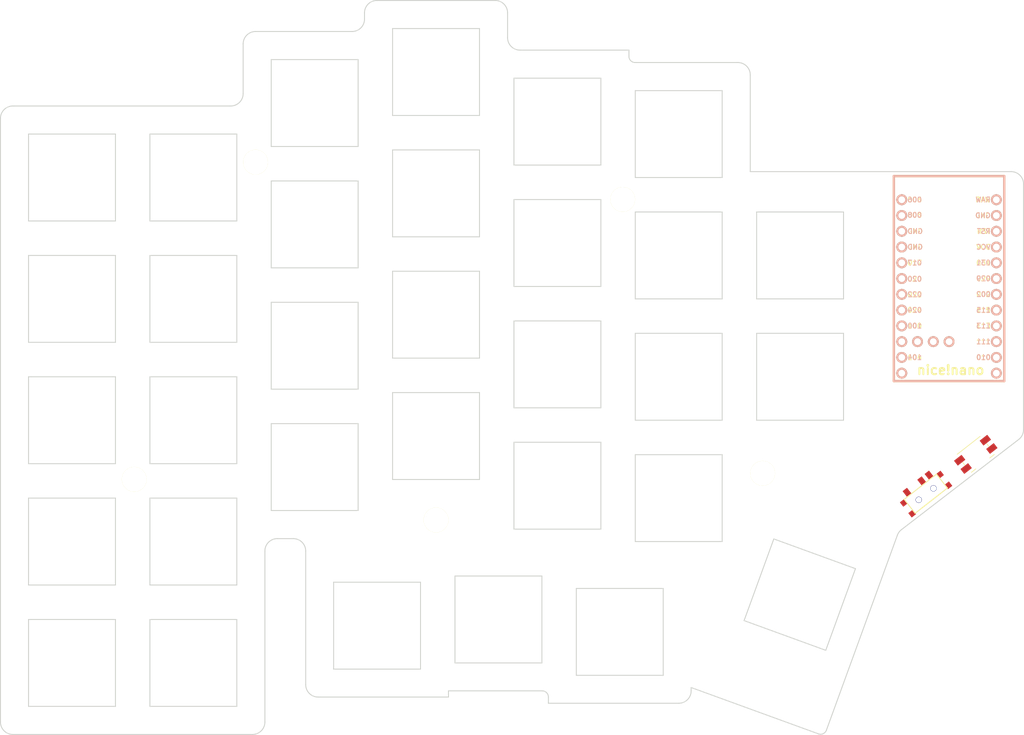
<source format=kicad_pcb>
(kicad_pcb (version 20240108) (generator "pcbnew") (generator_version "8.0")
  (title_block (title "left_case") (rev "v1.0.0") (company "yaessus"))
  (layers (0 "F.Cu" signal) (31 "B.Cu" signal) (34 "B.Paste" user) (35 "F.Paste" user) (36 "B.SilkS" user "B.Silkscreen") (37 "F.SilkS" user "F.Silkscreen") (38 "B.Mask" user) (39 "F.Mask" user) (44 "Edge.Cuts" user))
  (net 0 "")
  (net 1 "GND")
  (net 2 "RST")
  (net 3 "RAW")
  (net 4 "VCC")
  (net 5 "P031")
  (net 6 "P029")
  (net 7 "P002")
  (net 8 "P115")
  (net 9 "P113")
  (net 10 "P111")
  (net 11 "P010")
  (net 12 "P009")
  (net 13 "P006")
  (net 14 "P008")
  (net 15 "P017")
  (net 16 "P020")
  (net 17 "P022")
  (net 18 "P024")
  (net 19 "P100")
  (net 20 "P011")
  (net 21 "P104")
  (net 22 "P106")
  (net 23 "P101")
  (net 24 "P102")
  (net 25 "P107")
  (net 26 "pos")
  (footprint "E73:SPDT_C128955" (layer "F.Cu") (at 237.6 122.8 -142)
    (property "Reference" "T1" (hide yes))
    (property "Value" "" (hide yes))
    (fp_line (start 3.3 1.5) (end 3.299999 -1.35) (stroke (width 0.15)) (layer "F.SilkS"))
    (fp_line (start 1.95 -1.35) (end -1.95 -1.35) (stroke (width 0.15)) (layer "F.SilkS"))
    (fp_line (start 0 -1.35) (end 3.299999 -1.35) (stroke (width 0.15)) (layer "F.SilkS"))
    (fp_line (start 0 -1.35) (end -3.299999 -1.35) (stroke (width 0.15)) (layer "F.SilkS"))
    (fp_line (start -3.3 1.5) (end 3.3 1.5) (stroke (width 0.15)) (layer "F.SilkS"))
    (fp_line (start -3.299999 -1.35) (end -3.3 1.5) (stroke (width 0.15)) (layer "F.SilkS"))
    (pad "" smd rect (at -3.7 -1.099999 218) (size 0.9 0.9) (layers "F.Cu" "F.Paste" "F.Mask"))
    (pad "" smd rect (at -3.7 1.1 218) (size 0.9 0.9) (layers "F.Cu" "F.Paste" "F.Mask"))
    (pad "" np_thru_hole circle (at -1.5 0) (size 1 1) (drill 0.9) (layers "*.Cu" "*.Mask"))
    (pad "" np_thru_hole circle (at 1.5 0) (size 1 1) (drill 0.9) (layers "*.Cu" "*.Mask"))
    (pad "" smd rect (at 3.7 -1.1 218) (size 0.9 0.9) (layers "F.Cu" "F.Paste" "F.Mask"))
    (pad "" smd rect (at 3.7 1.099999 218) (size 0.9 0.9) (layers "F.Cu" "F.Paste" "F.Mask"))
    (pad "1" smd rect (at 2.25 2.075 218) (size 0.9 1.25) (layers "F.Cu" "F.Paste" "F.Mask") (net 26 "pos"))
    (pad "2" smd rect (at -0.75 2.074999 218) (size 0.9 1.25) (layers "F.Cu" "F.Paste" "F.Mask") (net 3 "RAW"))
    (pad "3" smd rect (at -2.250001 2.075 218) (size 0.9 1.25) (layers "F.Cu" "F.Paste" "F.Mask"))
  )
  (footprint "Panasonic_EVQPUL_EVQPUC" (layer "F.Cu") (at 245.6 116.4 -142)
    (property "Reference" "B1" (hide yes))
    (property "Value" "Panasonic_EVQPUL_EVQPUC" (hide yes))
    (fp_line (start 2.35 1.85) (end -2.35 1.849999) (stroke (width 0.12)) (layer "F.SilkS"))
    (fp_line (start 2.45 0.275) (end 2.45 -0.275001) (stroke (width 0.12)) (layer "F.SilkS"))
    (fp_line (start 2.35 -1.849999) (end 1.425 -1.849999) (stroke (width 0.12)) (layer "F.SilkS"))
    (fp_line (start -2.45 0.275001) (end -2.45 -0.275) (stroke (width 0.12)) (layer "F.SilkS"))
    (fp_line (start -1.425 -1.85) (end -2.35 -1.85) (stroke (width 0.12)) (layer "F.SilkS"))
    (pad "" np_thru_hole circle (at 0 -1.375 218) (size 0.75 0.75) (drill 0.75) (layers "*.Cu" "*.Mask"))
    (pad "" np_thru_hole circle (at 0 1.375 218) (size 0.75 0.75) (drill 0.75) (layers "*.Cu" "*.Mask"))
    (pad "1" smd rect (at -2.624999 -0.85 218) (size 1.55 1) (layers "F.Cu" "F.Paste" "F.Mask") (net 1 "GND"))
    (pad "1" smd rect (at 2.625 -0.85 218) (size 1.55 1) (layers "F.Cu" "F.Paste" "F.Mask") (net 1 "GND"))
    (pad "2" smd rect (at -2.625 0.85 218) (size 1.55 1) (layers "F.Cu" "F.Paste" "F.Mask") (net 2 "RST"))
    (pad "2" smd rect (at 2.624999 0.85 218) (size 1.55 1) (layers "F.Cu" "F.Paste" "F.Mask") (net 2 "RST"))
  )
  (footprint "nice_nano" (layer "F.Cu") (at 241.3 89.35 -90)
    (property "Reference" "MCU1" (hide yes))
    (property "Value" "nice_nano" (hide yes))
    (fp_line (start -17.78 8.89) (end 15.24 8.89) (stroke (width 0.381)) (layer "B.SilkS"))
    (fp_line (start 15.24 8.89) (end 15.24 -8.89) (stroke (width 0.381)) (layer "B.SilkS"))
    (fp_line (start -17.78 -8.89) (end -17.78 8.89) (stroke (width 0.381)) (layer "B.SilkS"))
    (fp_line (start 15.24 -8.89) (end -17.78 -8.89) (stroke (width 0.381)) (layer "B.SilkS"))
    (fp_line (start -17.78 8.89) (end 15.24 8.89) (stroke (width 0.381)) (layer "F.SilkS"))
    (fp_line (start 15.24 8.89) (end 15.24 -8.89) (stroke (width 0.381)) (layer "F.SilkS"))
    (fp_line (start -17.78 -8.89) (end -17.78 8.89) (stroke (width 0.381)) (layer "F.SilkS"))
    (fp_line (start 15.24 -8.89) (end -17.78 -8.89) (stroke (width 0.381)) (layer "F.SilkS"))
    (fp_text user "111" (at 8.89 -5.537191 0) (layer "B.SilkS") (effects (font (size 0.8 0.8)) (justify mirror)))
    (fp_text user "GND" (at -6.35 5.461 0) (layer "B.SilkS") (effects (font (size 0.8 0.8)) (justify mirror)))
    (fp_text user "100" (at 6.35 5.53719 0) (layer "B.SilkS") (effects (font (size 0.8 0.8)) (justify mirror)))
    (fp_text user "113" (at 6.35 -5.537191 0) (layer "B.SilkS") (effects (font (size 0.8 0.8)) (justify mirror)))
    (fp_text user "115" (at 3.81 -5.537191 0) (layer "B.SilkS") (effects (font (size 0.8 0.8)) (justify mirror)))
    (fp_text user "006" (at -13.97 5.53719 0) (layer "B.SilkS") (effects (font (size 0.8 0.8)) (justify mirror)))
    (fp_text user "010" (at 11.43 -5.537191 0) (layer "B.SilkS") (effects (font (size 0.8 0.8)) (justify mirror)))
    (fp_text user "017" (at -3.8 5.53719 0) (layer "B.SilkS") (effects (font (size 0.8 0.8)) (justify mirror)))
    (fp_text user "031" (at -3.81 -5.537191 0) (layer "B.SilkS") (effects (font (size 0.8 0.8)) (justify mirror)))
    (fp_text user "002" (at 1.27 -5.537191 0) (layer "B.SilkS") (effects (font (size 0.8 0.8)) (justify mirror)))
    (fp_text user "RAW" (at -13.97 -5.473715 0) (layer "B.SilkS") (effects (font (size 0.8 0.8)) (justify mirror)))
    (fp_text user "104" (at 11.43 5.53719 0) (layer "B.SilkS") (effects (font (size 0.8 0.8)) (justify mirror)))
    (fp_text user "VCC" (at -6.35 -5.537191 0) (layer "B.SilkS") (effects (font (size 0.8 0.8)) (justify mirror)))
    (fp_text user "024" (at 3.81 5.53719 0) (layer "B.SilkS") (effects (font (size 0.8 0.8)) (justify mirror)))
    (fp_text user "029" (at -1.27 -5.537191 0) (layer "B.SilkS") (effects (font (size 0.8 0.8)) (justify mirror)))
    (fp_text user "022" (at 1.3 5.53719 0) (layer "B.SilkS") (effects (font (size 0.8 0.8)) (justify mirror)))
    (fp_text user "GND" (at -11.43 -5.454667 0) (layer "B.SilkS") (effects (font (size 0.8 0.8)) (justify mirror)))
    (fp_text user "020" (at -1.2 5.53719 0) (layer "B.SilkS") (effects (font (size 0.8 0.8)) (justify mirror)))
    (fp_text user "GND" (at -8.89 5.461 0) (layer "B.SilkS") (effects (font (size 0.8 0.8)) (justify mirror)))
    (fp_text user "RST" (at -8.89 -5.588 0) (layer "B.SilkS") (effects (font (size 0.8 0.8)) (justify mirror)))
    (fp_text user "008" (at -11.5 5.53719 0) (layer "B.SilkS") (effects (font (size 0.8 0.8)) (justify mirror)))
    (fp_text user "022" (at 1.3 5.53719 0) (layer "F.SilkS") (effects (font (size 0.8 0.8))))
    (fp_text user "104" (at 11.43 5.53719 0) (layer "F.SilkS") (effects (font (size 0.8 0.8))))
    (fp_text user "nice!nano" (at 13.462 -0.254 0) (layer "F.SilkS") (effects (font (size 1.5 1.5) (thickness 0.3))))
    (fp_text user "017" (at -3.8 5.53719 0) (layer "F.SilkS") (effects (font (size 0.8 0.8))))
    (fp_text user "008" (at -11.5 5.53719 0) (layer "F.SilkS") (effects (font (size 0.8 0.8))))
    (fp_text user "111" (at 8.89 -5.537191 0) (layer "F.SilkS") (effects (font (size 0.8 0.8))))
    (fp_text user "100" (at 6.35 5.53719 0) (layer "F.SilkS") (effects (font (size 0.8 0.8))))
    (fp_text user "031" (at -3.81 -5.537191 0) (layer "F.SilkS") (effects (font (size 0.8 0.8))))
    (fp_text user "024" (at 3.81 5.53719 0) (layer "F.SilkS") (effects (font (size 0.8 0.8))))
    (fp_text user "RST" (at -8.89 -5.588 0) (layer "F.SilkS") (effects (font (size 0.8 0.8))))
    (fp_text user "VCC" (at -6.35 -5.537191 0) (layer "F.SilkS") (effects (font (size 0.8 0.8))))
    (fp_text user "029" (at -1.27 -5.537191 0) (layer "F.SilkS") (effects (font (size 0.8 0.8))))
    (fp_text user "GND" (at -8.89 5.461 0) (layer "F.SilkS") (effects (font (size 0.8 0.8))))
    (fp_text user "006" (at -13.97 5.53719 0) (layer "F.SilkS") (effects (font (size 0.8 0.8))))
    (fp_text user "115" (at 3.81 -5.537191 0) (layer "F.SilkS") (effects (font (size 0.8 0.8))))
    (fp_text user "010" (at 11.43 -5.537191 0) (layer "F.SilkS") (effects (font (size 0.8 0.8))))
    (fp_text user "020" (at -1.2 5.53719 0) (layer "F.SilkS") (effects (font (size 0.8 0.8))))
    (fp_text user "113" (at 6.35 -5.537191 0) (layer "F.SilkS") (effects (font (size 0.8 0.8))))
    (fp_text user "GND" (at -11.43 -5.454667 0) (layer "F.SilkS") (effects (font (size 0.8 0.8))))
    (fp_text user "GND" (at -6.35 5.461 0) (layer "F.SilkS") (effects (font (size 0.8 0.8))))
    (fp_text user "002" (at 1.27 -5.537191 0) (layer "F.SilkS") (effects (font (size 0.8 0.8))))
    (fp_text user "RAW" (at -13.97 -5.473715 0) (layer "F.SilkS") (effects (font (size 0.8 0.8))))
    (pad "1" thru_hole circle (at -13.97 7.62) (size 1.7526 1.7526) (drill 1.0922) (layers "*.Cu" "*.SilkS" "*.Mask") (net 13 "P006"))
    (pad "2" thru_hole circle (at -11.43 7.62) (size 1.7526 1.7526) (drill 1.0922) (layers "*.Cu" "*.SilkS" "*.Mask") (net 14 "P008"))
    (pad "3" thru_hole circle (at -8.89 7.62) (size 1.7526 1.7526) (drill 1.0922) (layers "*.Cu" "*.SilkS" "*.Mask") (net 1 "GND"))
    (pad "4" thru_hole circle (at -6.35 7.62) (size 1.7526 1.7526) (drill 1.0922) (layers "*.Cu" "*.SilkS" "*.Mask") (net 1 "GND"))
    (pad "5" thru_hole circle (at -3.81 7.62) (size 1.7526 1.7526) (drill 1.0922) (layers "*.Cu" "*.SilkS" "*.Mask") (net 15 "P017"))
    (pad "6" thru_hole circle (at -1.27 7.62) (size 1.7526 1.7526) (drill 1.0922) (layers "*.Cu" "*.SilkS" "*.Mask") (net 16 "P020"))
    (pad "7" thru_hole circle (at 1.27 7.62) (size 1.7526 1.7526) (drill 1.0922) (layers "*.Cu" "*.SilkS" "*.Mask") (net 17 "P022"))
    (pad "8" thru_hole circle (at 3.81 7.62) (size 1.7526 1.7526) (drill 1.0922) (layers "*.Cu" "*.SilkS" "*.Mask") (net 18 "P024"))
    (pad "9" thru_hole circle (at 6.35 7.62) (size 1.7526 1.7526) (drill 1.0922) (layers "*.Cu" "*.SilkS" "*.Mask") (net 19 "P100"))
    (pad "10" thru_hole circle (at 8.89 7.62) (size 1.7526 1.7526) (drill 1.0922) (layers "*.Cu" "*.SilkS" "*.Mask") (net 20 "P011"))
    (pad "11" thru_hole circle (at 11.43 7.62) (size 1.7526 1.7526) (drill 1.0922) (layers "*.Cu" "*.SilkS" "*.Mask") (net 21 "P104"))
    (pad "12" thru_hole circle (at 13.97 7.62) (size 1.7526 1.7526) (drill 1.0922) (layers "*.Cu" "*.SilkS" "*.Mask") (net 22 "P106"))
    (pad "13" thru_hole circle (at 13.97 -7.62) (size 1.7526 1.7526) (drill 1.0922) (layers "*.Cu" "*.SilkS" "*.Mask") (net 12 "P009"))
    (pad "14" thru_hole circle (at 11.43 -7.62) (size 1.7526 1.7526) (drill 1.0922) (layers "*.Cu" "*.SilkS" "*.Mask") (net 11 "P010"))
    (pad "15" thru_hole circle (at 8.89 -7.62) (size 1.7526 1.7526) (drill 1.0922) (layers "*.Cu" "*.SilkS" "*.Mask") (net 10 "P111"))
    (pad "16" thru_hole circle (at 6.35 -7.62) (size 1.7526 1.7526) (drill 1.0922) (layers "*.Cu" "*.SilkS" "*.Mask") (net 9 "P113"))
    (pad "17" thru_hole circle (at 3.81 -7.62) (size 1.7526 1.7526) (drill 1.0922) (layers "*.Cu" "*.SilkS" "*.Mask") (net 8 "P115"))
    (pad "18" thru_hole circle (at 1.27 -7.62) (size 1.7526 1.7526) (drill 1.0922) (layers "*.Cu" "*.SilkS" "*.Mask") (net 7 "P002"))
    (pad "19" thru_hole circle (at -1.27 -7.62) (size 1.7526 1.7526) (drill 1.0922) (layers "*.Cu" "*.SilkS" "*.Mask") (net 6 "P029"))
    (pad "20" thru_hole circle (at -3.81 -7.62) (size 1.7526 1.7526) (drill 1.0922) (layers "*.Cu" "*.SilkS" "*.Mask") (net 5 "P031"))
    (pad "21" thru_hole circle (at -6.35 -7.62) (size 1.7526 1.7526) (drill 1.0922) (layers "*.Cu" "*.SilkS" "*.Mask") (net 4 "VCC"))
    (pad "22" thru_hole circle (at -8.89 -7.62) (size 1.7526 1.7526) (drill 1.0922) (layers "*.Cu" "*.SilkS" "*.Mask") (net 2 "RST"))
    (pad "23" thru_hole circle (at -11.43 -7.62) (size 1.7526 1.7526) (drill 1.0922) (layers "*.Cu" "*.SilkS" "*.Mask") (net 1 "GND"))
    (pad "24" thru_hole circle (at -13.97 -7.62) (size 1.7526 1.7526) (drill 1.0922) (layers "*.Cu" "*.SilkS" "*.Mask") (net 3 "RAW"))
    (pad "31" thru_hole circle (at 8.89 5.08) (size 1.7526 1.7526) (drill 1.0922) (layers "*.Cu" "*.SilkS" "*.Mask") (net 23 "P101"))
    (pad "32" thru_hole circle (at 8.89 2.54) (size 1.7526 1.7526) (drill 1.0922) (layers "*.Cu" "*.SilkS" "*.Mask") (net 24 "P102"))
    (pad "33" thru_hole circle (at 8.89 0) (size 1.7526 1.7526) (drill 1.0922) (layers "*.Cu" "*.SilkS" "*.Mask") (net 25 "P107"))
  )
  (footprint "HOLE_M2_TH" (layer "F.Cu") (at 129.575 69.325)
    (property "Reference" "" (at 0 0 0) (layer "F.SilkS") (effects (font (size 1.27 1.27))))
    (property "Value" "")
    (pad "" np_thru_hole circle (at 0 0 90) (size 4 4) (drill 4) (layers "*.Cu" "*.Mask" "F.SilkS") (clearance 0.3))
  )
  (footprint "HOLE_M2_TH" (layer "F.Cu") (at 188.725 75.325)
    (property "Reference" "" (at 0 0 0) (layer "F.SilkS") (effects (font (size 1.27 1.27))))
    (property "Value" "")
    (pad "" np_thru_hole circle (at 0 0 90) (size 4 4) (drill 4) (layers "*.Cu" "*.Mask" "F.SilkS") (clearance 0.3))
  )
  (footprint "HOLE_M2_TH" (layer "F.Cu") (at 158.65 126.975)
    (property "Reference" "" (at 0 0 0) (layer "F.SilkS") (effects (font (size 1.27 1.27))))
    (property "Value" "")
    (pad "" np_thru_hole circle (at 0 0 90) (size 4 4) (drill 4) (layers "*.Cu" "*.Mask" "F.SilkS") (clearance 0.3))
  )
  (footprint "HOLE_M2_TH" (layer "F.Cu") (at 110.025 120.425)
    (property "Reference" "" (at 0 0 0) (layer "F.SilkS") (effects (font (size 1.27 1.27))))
    (property "Value" "")
    (pad "" np_thru_hole circle (at 0 0 90) (size 4 4) (drill 4) (layers "*.Cu" "*.Mask" "F.SilkS") (clearance 0.3))
  )
  (footprint "HOLE_M2_TH" (layer "F.Cu") (at 211.275 119.45)
    (property "Reference" "" (at -5.275 -3.45 0) (layer "F.SilkS") (effects (font (size 1.27 1.27))))
    (property "Value" "")
    (pad "" np_thru_hole circle (at 0 0 90) (size 4 4) (drill 4) (layers "*.Cu" "*.Mask" "F.SilkS") (clearance 0.3))
  )
  (gr_line (start 189.725 51.275) (end 172.175 51.275) (stroke (width 0.15)) (layer "Edge.Cuts"))
  (gr_line (start 185.2 108.9) (end 185.2 94.9) (stroke (width 0.15)) (layer "Edge.Cuts"))
  (gr_line (start 224.3 96.9) (end 210.3 96.9) (stroke (width 0.15)) (layer "Edge.Cuts"))
  (gr_line (start 126.55 123.45) (end 112.55 123.45) (stroke (width 0.15)) (layer "Edge.Cuts"))
  (gr_line (start 161.7 136) (end 161.7 150) (stroke (width 0.15)) (layer "Edge.Cuts"))
  (gr_line (start 112.55 123.45) (end 112.55 137.45) (stroke (width 0.15)) (layer "Edge.Cuts"))
  (gr_line (start 233.631007 128.529391) (end 252.519391 114.000444) (stroke (width 0.15)) (layer "Edge.Cuts"))
  (gr_line (start 126.55 98.35) (end 126.55 84.35) (stroke (width 0.15)) (layer "Edge.Cuts"))
  (gr_line (start 126.55 78.8) (end 126.55 64.8) (stroke (width 0.15)) (layer "Edge.Cuts"))
  (gr_line (start 190.75 77.35) (end 190.75 91.35) (stroke (width 0.15)) (layer "Edge.Cuts"))
  (gr_line (start 165.65 61.8) (end 165.65 47.8) (stroke (width 0.15)) (layer "Edge.Cuts"))
  (gr_arc (start 90.475 161.525) (mid 89.060786 160.939214) (end 88.475 159.525) (stroke (width 0.15)) (layer "Edge.Cuts"))
  (gr_line (start 207.275 53.275) (end 190.725 53.275) (stroke (width 0.15)) (layer "Edge.Cuts"))
  (gr_line (start 171.2 114.45) (end 171.2 128.45) (stroke (width 0.15)) (layer "Edge.Cuts"))
  (gr_line (start 190.75 110.9) (end 204.75 110.9) (stroke (width 0.15)) (layer "Edge.Cuts"))
  (gr_line (start 165.65 81.35) (end 165.65 67.35) (stroke (width 0.15)) (layer "Edge.Cuts"))
  (gr_line (start 185.2 69.8) (end 185.2 55.8) (stroke (width 0.15)) (layer "Edge.Cuts"))
  (gr_line (start 168.175 43.275) (end 149.125 43.275) (stroke (width 0.15)) (layer "Edge.Cuts"))
  (gr_line (start 93 137.45) (end 107 137.45) (stroke (width 0.15)) (layer "Edge.Cuts"))
  (gr_line (start 112.55 84.35) (end 112.55 98.35) (stroke (width 0.15)) (layer "Edge.Cuts"))
  (gr_line (start 151.65 61.8) (end 165.65 61.8) (stroke (width 0.15)) (layer "Edge.Cuts"))
  (gr_line (start 209.275 70.825) (end 209.275 55.275) (stroke (width 0.15)) (layer "Edge.Cuts"))
  (gr_line (start 132.1 52.8) (end 132.1 66.8) (stroke (width 0.15)) (layer "Edge.Cuts"))
  (gr_line (start 151.65 67.35) (end 151.65 81.35) (stroke (width 0.15)) (layer "Edge.Cuts"))
  (gr_line (start 171.2 55.8) (end 171.2 69.8) (stroke (width 0.15)) (layer "Edge.Cuts"))
  (gr_line (start 151.65 100.9) (end 165.65 100.9) (stroke (width 0.15)) (layer "Edge.Cuts"))
  (gr_line (start 171.2 128.45) (end 185.2 128.45) (stroke (width 0.15)) (layer "Edge.Cuts"))
  (gr_line (start 195.25 152) (end 195.25 138) (stroke (width 0.15)) (layer "Edge.Cuts"))
  (gr_line (start 151.65 120.45) (end 165.65 120.45) (stroke (width 0.15)) (layer "Edge.Cuts"))
  (gr_line (start 132.1 72.35) (end 132.1 86.35) (stroke (width 0.15)) (layer "Edge.Cuts"))
  (gr_line (start 132.1 105.9) (end 146.1 105.9) (stroke (width 0.15)) (layer "Edge.Cuts"))
  (gr_line (start 133.075 129.975) (end 135.65 129.975) (stroke (width 0.15)) (layer "Edge.Cuts"))
  (gr_arc (start 88.475 62.275) (mid 89.060786 60.860786) (end 90.475 60.275) (stroke (width 0.15)) (layer "Edge.Cuts"))
  (gr_line (start 132.1 111.45) (end 132.1 125.45) (stroke (width 0.15)) (layer "Edge.Cuts"))
  (gr_line (start 213.066293 130.028011) (end 208.278011 143.183707) (stroke (width 0.15)) (layer "Edge.Cuts"))
  (gr_line (start 146.1 66.8) (end 146.1 52.8) (stroke (width 0.15)) (layer "Edge.Cuts"))
  (gr_line (start 204.75 116.45) (end 190.75 116.45) (stroke (width 0.15)) (layer "Edge.Cuts"))
  (gr_line (start 126.55 84.35) (end 112.55 84.35) (stroke (width 0.15)) (layer "Edge.Cuts"))
  (gr_line (start 146.1 91.9) (end 132.1 91.9) (stroke (width 0.15)) (layer "Edge.Cuts"))
  (gr_arc (start 127.575 50.275) (mid 128.160786 48.860786) (end 129.575 48.275) (stroke (width 0.15)) (layer "Edge.Cuts"))
  (gr_line (start 210.3 96.9) (end 210.3 110.9) (stroke (width 0.15)) (layer "Edge.Cuts"))
  (gr_line (start 146.1 52.8) (end 132.1 52.8) (stroke (width 0.15)) (layer "Edge.Cuts"))
  (gr_line (start 185.2 75.35) (end 171.2 75.35) (stroke (width 0.15)) (layer "Edge.Cuts"))
  (gr_line (start 126.55 157) (end 126.55 143) (stroke (width 0.15)) (layer "Edge.Cuts"))
  (gr_line (start 185.2 94.9) (end 171.2 94.9) (stroke (width 0.15)) (layer "Edge.Cuts"))
  (gr_line (start 176.75 156.5) (end 197.75 156.5) (stroke (width 0.15)) (layer "Edge.Cuts"))
  (gr_line (start 185.2 55.8) (end 171.2 55.8) (stroke (width 0.15)) (layer "Edge.Cuts"))
  (gr_line (start 107 64.8) (end 93 64.8) (stroke (width 0.15)) (layer "Edge.Cuts"))
  (gr_arc (start 221.540982 160.834376) (mid 221.023908 161.398664) (end 220.259269 161.432049) (stroke (width 0.15)) (layer "Edge.Cuts"))
  (gr_line (start 145.125 48.275) (end 129.575 48.275) (stroke (width 0.15)) (layer "Edge.Cuts"))
  (gr_line (start 146.1 125.45) (end 146.1 111.45) (stroke (width 0.15)) (layer "Edge.Cuts"))
  (gr_line (start 210.3 77.35) (end 210.3 91.35) (stroke (width 0.15)) (layer "Edge.Cuts"))
  (gr_line (start 185.2 114.45) (end 171.2 114.45) (stroke (width 0.15)) (layer "Edge.Cuts"))
  (gr_line (start 204.75 71.8) (end 204.75 57.8) (stroke (width 0.15)) (layer "Edge.Cuts"))
  (gr_arc (start 131.075 131.975) (mid 131.660786 130.560786) (end 133.075 129.975) (stroke (width 0.15)) (layer "Edge.Cuts"))
  (gr_line (start 190.75 57.8) (end 190.75 71.8) (stroke (width 0.15)) (layer "Edge.Cuts"))
  (gr_line (start 190.75 96.9) (end 190.75 110.9) (stroke (width 0.15)) (layer "Edge.Cuts"))
  (gr_line (start 165.65 120.45) (end 165.65 106.45) (stroke (width 0.15)) (layer "Edge.Cuts"))
  (gr_line (start 132.1 91.9) (end 132.1 105.9) (stroke (width 0.15)) (layer "Edge.Cuts"))
  (gr_line (start 107 157) (end 107 143) (stroke (width 0.15)) (layer "Edge.Cuts"))
  (gr_line (start 204.75 57.8) (end 190.75 57.8) (stroke (width 0.15)) (layer "Edge.Cuts"))
  (gr_line (start 210.3 110.9) (end 224.3 110.9) (stroke (width 0.15)) (layer "Edge.Cuts"))
  (gr_line (start 190.75 71.8) (end 204.75 71.8) (stroke (width 0.15)) (layer "Edge.Cuts"))
  (gr_arc (start 209.275156 70.85) (mid 209.275039 70.8375) (end 209.275 70.825) (stroke (width 0.15)) (layer "Edge.Cuts"))
  (gr_line (start 93 78.8) (end 107 78.8) (stroke (width 0.15)) (layer "Edge.Cuts"))
  (gr_line (start 204.75 110.9) (end 204.75 96.9) (stroke (width 0.15)) (layer "Edge.Cuts"))
  (gr_arc (start 131.075 159.525) (mid 130.489214 160.939214) (end 129.075 161.525) (stroke (width 0.15)) (layer "Edge.Cuts"))
  (gr_line (start 190.75 130.45) (end 204.75 130.45) (stroke (width 0.15)) (layer "Edge.Cuts"))
  (gr_line (start 204.75 130.45) (end 204.75 116.45) (stroke (width 0.15)) (layer "Edge.Cuts"))
  (gr_line (start 224.3 77.35) (end 210.3 77.35) (stroke (width 0.15)) (layer "Edge.Cuts"))
  (gr_line (start 112.55 117.9) (end 126.55 117.9) (stroke (width 0.15)) (layer "Edge.Cuts"))
  (gr_line (start 132.1 125.45) (end 146.1 125.45) (stroke (width 0.15)) (layer "Edge.Cuts"))
  (gr_line (start 176.75 155.5) (end 176.75 156.5) (stroke (width 0.15)) (layer "Edge.Cuts"))
  (gr_line (start 126.55 117.9) (end 126.55 103.9) (stroke (width 0.15)) (layer "Edge.Cuts"))
  (gr_line (start 204.75 77.35) (end 190.75 77.35) (stroke (width 0.15)) (layer "Edge.Cuts"))
  (gr_arc (start 253.3 112.415173) (mid 253.094266 113.298694) (end 252.519391 114.000444) (stroke (width 0.15)) (layer "Edge.Cuts"))
  (gr_line (start 224.3 110.9) (end 224.3 96.9) (stroke (width 0.15)) (layer "Edge.Cuts"))
  (gr_line (start 190.75 91.35) (end 204.75 91.35) (stroke (width 0.15)) (layer "Edge.Cuts"))
  (gr_line (start 93 123.45) (end 93 137.45) (stroke (width 0.15)) (layer "Edge.Cuts"))
  (gr_line (start 146.1 105.9) (end 146.1 91.9) (stroke (width 0.15)) (layer "Edge.Cuts"))
  (gr_line (start 160.65 154.5) (end 175.75 154.5) (stroke (width 0.15)) (layer "Edge.Cuts"))
  (gr_line (start 93 157) (end 107 157) (stroke (width 0.15)) (layer "Edge.Cuts"))
  (gr_line (start 139.65 155.5) (end 160.65 155.5) (stroke (width 0.15)) (layer "Edge.Cuts"))
  (gr_arc (start 139.65 155.5) (mid 138.235786 154.914214) (end 137.65 153.5) (stroke (width 0.15)) (layer "Edge.Cuts"))
  (gr_line (start 146.1 72.35) (end 132.1 72.35) (stroke (width 0.15)) (layer "Edge.Cuts"))
  (gr_line (start 107 103.9) (end 93 103.9) (stroke (width 0.15)) (layer "Edge.Cuts"))
  (gr_line (start 151.65 106.45) (end 151.65 120.45) (stroke (width 0.15)) (layer "Edge.Cuts"))
  (gr_line (start 165.65 106.45) (end 151.65 106.45) (stroke (width 0.15)) (layer "Edge.Cuts"))
  (gr_line (start 190.75 116.45) (end 190.75 130.45) (stroke (width 0.15)) (layer "Edge.Cuts"))
  (gr_line (start 171.2 108.9) (end 185.2 108.9) (stroke (width 0.15)) (layer "Edge.Cuts"))
  (gr_line (start 107 143) (end 93 143) (stroke (width 0.15)) (layer "Edge.Cuts"))
  (gr_line (start 93 143) (end 93 157) (stroke (width 0.15)) (layer "Edge.Cuts"))
  (gr_arc (start 251.3 70.85) (mid 252.714214 71.435786) (end 253.3 72.85) (stroke (width 0.15)) (layer "Edge.Cuts"))
  (gr_line (start 156.15 137) (end 142.15 137) (stroke (width 0.15)) (layer "Edge.Cuts"))
  (gr_line (start 151.65 81.35) (end 165.65 81.35) (stroke (width 0.15)) (layer "Edge.Cuts"))
  (gr_arc (start 168.175 43.275) (mid 169.589214 43.860786) (end 170.175 45.275) (stroke (width 0.15)) (layer "Edge.Cuts"))
  (gr_line (start 181.25 152) (end 195.25 152) (stroke (width 0.15)) (layer "Edge.Cuts"))
  (gr_line (start 165.65 86.9) (end 151.65 86.9) (stroke (width 0.15)) (layer "Edge.Cuts"))
  (gr_line (start 107 117.9) (end 107 103.9) (stroke (width 0.15)) (layer "Edge.Cuts"))
  (gr_arc (start 199.75 154.5) (mid 199.164214 155.914214) (end 197.75 156.5) (stroke (width 0.15)) (layer "Edge.Cuts"))
  (gr_line (start 131.075 159.525) (end 131.075 131.975) (stroke (width 0.15)) (layer "Edge.Cuts"))
  (gr_line (start 90.475 60.275) (end 125.575 60.275) (stroke (width 0.15)) (layer "Edge.Cuts"))
  (gr_line (start 112.55 64.8) (end 112.55 78.8) (stroke (width 0.15)) (layer "Edge.Cuts"))
  (gr_line (start 208.278011 143.183707) (end 221.433707 147.971989) (stroke (width 0.15)) (layer "Edge.Cuts"))
  (gr_line (start 221.540981 160.834376) (end 232.971013 129.430623) (stroke (width 0.15)) (layer "Edge.Cuts"))
  (gr_line (start 126.55 137.45) (end 126.55 123.45) (stroke (width 0.15)) (layer "Edge.Cuts"))
  (gr_line (start 112.55 98.35) (end 126.55 98.35) (stroke (width 0.15)) (layer "Edge.Cuts"))
  (gr_line (start 171.2 89.35) (end 185.2 89.35) (stroke (width 0.15)) (layer "Edge.Cuts"))
  (gr_line (start 112.55 157) (end 126.55 157) (stroke (width 0.15)) (layer "Edge.Cuts"))
  (gr_line (start 226.221989 134.816293) (end 213.066293 130.028011) (stroke (width 0.15)) (layer "Edge.Cuts"))
  (gr_line (start 185.2 89.35) (end 185.2 75.35) (stroke (width 0.15)) (layer "Edge.Cuts"))
  (gr_line (start 93 117.9) (end 107 117.9) (stroke (width 0.15)) (layer "Edge.Cuts"))
  (gr_line (start 251.3 70.85) (end 209.275156 70.85) (stroke (width 0.15)) (layer "Edge.Cuts"))
  (gr_line (start 151.65 47.8) (end 151.65 61.8) (stroke (width 0.15)) (layer "Edge.Cuts"))
  (gr_line (start 224.3 91.35) (end 224.3 77.35) (stroke (width 0.15)) (layer "Edge.Cuts"))
  (gr_line (start 221.433707 147.971989) (end 226.221989 134.816293) (stroke (width 0.15)) (layer "Edge.Cuts"))
  (gr_line (start 181.25 138) (end 181.25 152) (stroke (width 0.15)) (layer "Edge.Cuts"))
  (gr_line (start 112.55 103.9) (end 112.55 117.9) (stroke (width 0.15)) (layer "Edge.Cuts"))
  (gr_line (start 107 98.35) (end 107 84.35) (stroke (width 0.15)) (layer "Edge.Cuts"))
  (gr_line (start 107 84.35) (end 93 84.35) (stroke (width 0.15)) (layer "Edge.Cuts"))
  (gr_line (start 185.2 128.45) (end 185.2 114.45) (stroke (width 0.15)) (layer "Edge.Cuts"))
  (gr_line (start 204.75 91.35) (end 204.75 77.35) (stroke (width 0.15)) (layer "Edge.Cuts"))
  (gr_line (start 142.15 151) (end 156.15 151) (stroke (width 0.15)) (layer "Edge.Cuts"))
  (gr_line (start 107 78.8) (end 107 64.8) (stroke (width 0.15)) (layer "Edge.Cuts"))
  (gr_arc (start 147.125 45.275) (mid 147.710786 43.860786) (end 149.125 43.275) (stroke (width 0.15)) (layer "Edge.Cuts"))
  (gr_line (start 127.575 50.275) (end 127.575 58.275) (stroke (width 0.15)) (layer "Edge.Cuts"))
  (gr_line (start 142.15 137) (end 142.15 151) (stroke (width 0.15)) (layer "Edge.Cuts"))
  (gr_line (start 175.7 150) (end 175.7 136) (stroke (width 0.15)) (layer "Edge.Cuts"))
  (gr_line (start 146.1 86.35) (end 146.1 72.35) (stroke (width 0.15)) (layer "Edge.Cuts"))
  (gr_arc (start 190.725 53.275) (mid 190.017893 52.982107) (end 189.725 52.275) (stroke (width 0.15)) (layer "Edge.Cuts"))
  (gr_line (start 146.1 111.45) (end 132.1 111.45) (stroke (width 0.15)) (layer "Edge.Cuts"))
  (gr_arc (start 175.75 154.5) (mid 176.457107 154.792893) (end 176.75 155.5) (stroke (width 0.15)) (layer "Edge.Cuts"))
  (gr_line (start 112.55 78.8) (end 126.55 78.8) (stroke (width 0.15)) (layer "Edge.Cuts"))
  (gr_line (start 126.55 143) (end 112.55 143) (stroke (width 0.15)) (layer "Edge.Cuts"))
  (gr_line (start 189.725 52.275) (end 189.725 51.275) (stroke (width 0.15)) (layer "Edge.Cuts"))
  (gr_line (start 126.55 103.9) (end 112.55 103.9) (stroke (width 0.15)) (layer "Edge.Cuts"))
  (gr_line (start 175.7 136) (end 161.7 136) (stroke (width 0.15)) (layer "Edge.Cuts"))
  (gr_arc (start 135.65 129.975) (mid 137.064214 130.560786) (end 137.65 131.975) (stroke (width 0.15)) (layer "Edge.Cuts"))
  (gr_line (start 165.65 100.9) (end 165.65 86.9) (stroke (width 0.15)) (layer "Edge.Cuts"))
  (gr_line (start 147.125 45.275) (end 147.125 46.275) (stroke (width 0.15)) (layer "Edge.Cuts"))
  (gr_line (start 93 84.35) (end 93 98.35) (stroke (width 0.15)) (layer "Edge.Cuts"))
  (gr_arc (start 147.125 46.275) (mid 146.539214 47.689214) (end 145.125 48.275) (stroke (width 0.15)) (layer "Edge.Cuts"))
  (gr_line (start 132.1 66.8) (end 146.1 66.8) (stroke (width 0.15)) (layer "Edge.Cuts"))
  (gr_line (start 93 98.35) (end 107 98.35) (stroke (width 0.15)) (layer "Edge.Cuts"))
  (gr_line (start 165.65 47.8) (end 151.65 47.8) (stroke (width 0.15)) (layer "Edge.Cuts"))
  (gr_arc (start 232.971012 129.430622) (mid 233.236812 128.932993) (end 233.631007 128.529391) (stroke (width 0.15)) (layer "Edge.Cuts"))
  (gr_line (start 199.75 153.967285) (end 220.259269 161.432049) (stroke (width 0.15)) (layer "Edge.Cuts"))
  (gr_line (start 126.55 64.8) (end 112.55 64.8) (stroke (width 0.15)) (layer "Edge.Cuts"))
  (gr_line (start 161.7 150) (end 175.7 150) (stroke (width 0.15)) (layer "Edge.Cuts"))
  (gr_line (start 165.65 67.35) (end 151.65 67.35) (stroke (width 0.15)) (layer "Edge.Cuts"))
  (gr_arc (start 127.575 58.275) (mid 126.989214 59.689214) (end 125.575 60.275) (stroke (width 0.15)) (layer "Edge.Cuts"))
  (gr_line (start 195.25 138) (end 181.25 138) (stroke (width 0.15)) (layer "Edge.Cuts"))
  (gr_line (start 204.75 96.9) (end 190.75 96.9) (stroke (width 0.15)) (layer "Edge.Cuts"))
  (gr_arc (start 207.275 53.275) (mid 208.689214 53.860786) (end 209.275 55.275) (stroke (width 0.15)) (layer "Edge.Cuts"))
  (gr_line (start 160.65 155.5) (end 160.65 154.5) (stroke (width 0.15)) (layer "Edge.Cuts"))
  (gr_line (start 210.3 91.35) (end 224.3 91.35) (stroke (width 0.15)) (layer "Edge.Cuts"))
  (gr_line (start 90.475 161.525) (end 129.075 161.525) (stroke (width 0.15)) (layer "Edge.Cuts"))
  (gr_line (start 132.1 86.35) (end 146.1 86.35) (stroke (width 0.15)) (layer "Edge.Cuts"))
  (gr_line (start 88.475 159.525) (end 88.475 62.275) (stroke (width 0.15)) (layer "Edge.Cuts"))
  (gr_line (start 93 64.8) (end 93 78.8) (stroke (width 0.15)) (layer "Edge.Cuts"))
  (gr_line (start 112.55 143) (end 112.55 157) (stroke (width 0.15)) (layer "Edge.Cuts"))
  (gr_line (start 199.75 154.5) (end 199.75 153.967285) (stroke (width 0.15)) (layer "Edge.Cuts"))
  (gr_line (start 156.15 151) (end 156.15 137) (stroke (width 0.15)) (layer "Edge.Cuts"))
  (gr_line (start 151.65 86.9) (end 151.65 100.9) (stroke (width 0.15)) (layer "Edge.Cuts"))
  (gr_line (start 137.65 131.975) (end 137.65 153.5) (stroke (width 0.15)) (layer "Edge.Cuts"))
  (gr_line (start 171.2 75.35) (end 171.2 89.35) (stroke (width 0.15)) (layer "Edge.Cuts"))
  (gr_line (start 107 123.45) (end 93 123.45) (stroke (width 0.15)) (layer "Edge.Cuts"))
  (gr_line (start 171.2 69.8) (end 185.2 69.8) (stroke (width 0.15)) (layer "Edge.Cuts"))
  (gr_line (start 171.2 94.9) (end 171.2 108.9) (stroke (width 0.15)) (layer "Edge.Cuts"))
  (gr_line (start 107 137.45) (end 107 123.45) (stroke (width 0.15)) (layer "Edge.Cuts"))
  (gr_line (start 253.3 112.415173) (end 253.3 72.85) (stroke (width 0.15)) (layer "Edge.Cuts"))
  (gr_arc (start 172.175 51.275) (mid 170.760786 50.689214) (end 170.175 49.275) (stroke (width 0.15)) (layer "Edge.Cuts"))
  (gr_line (start 93 103.9) (end 93 117.9) (stroke (width 0.15)) (layer "Edge.Cuts"))
  (gr_line (start 170.175 49.275) (end 170.175 45.275) (stroke (width 0.15)) (layer "Edge.Cuts"))
  (gr_line (start 112.55 137.45) (end 126.55 137.45) (stroke (width 0.15)) (layer "Edge.Cuts"))
)
</source>
